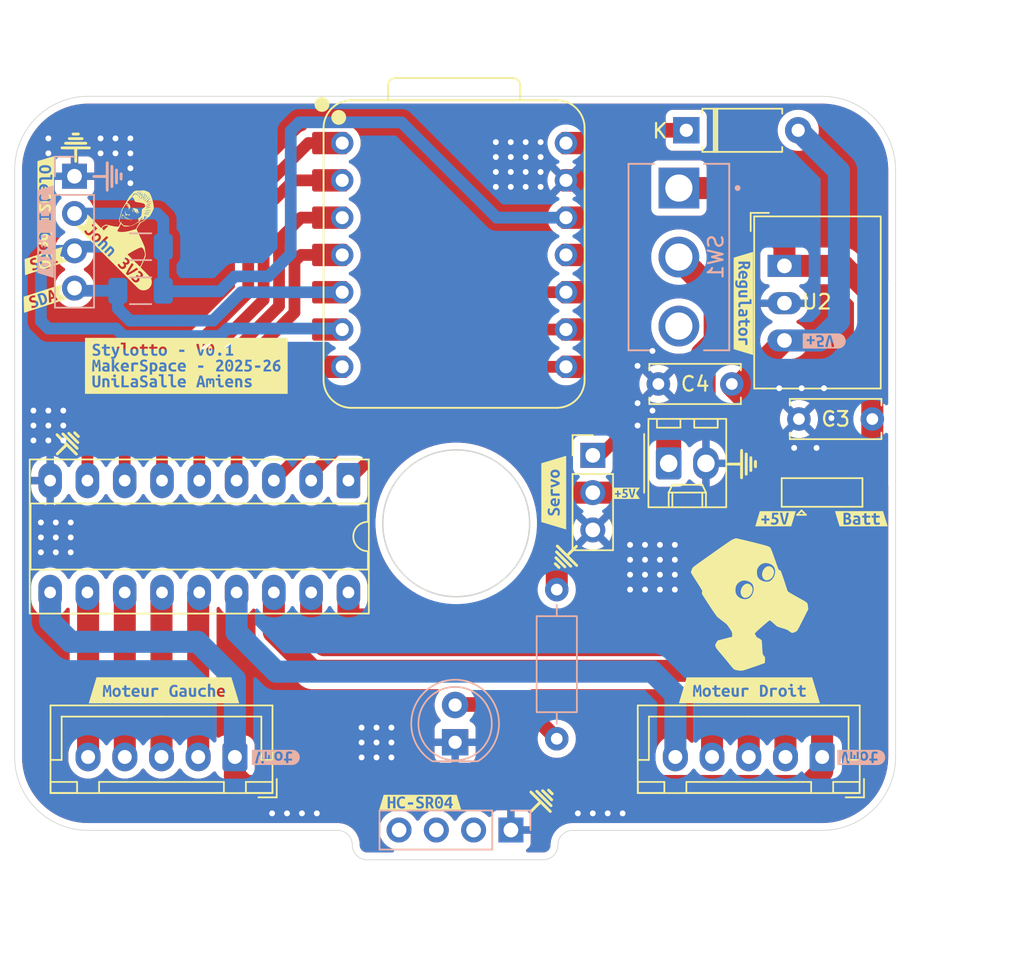
<source format=kicad_pcb>
(kicad_pcb (version 20241229) (generator "pcbnew") (generator_version "9.0")
  (title_block (title "PCB - Otto Lite version") (date "2025-01-21") (rev "1.0") (company "UniLaSalle Amiens - MakerSpace") (comment 1 "Adrien BRACQ & Rémi LACOMBE") (comment 2 "https://makerspace-amiens.fr/otto-mks") (comment 3 "https://github.com/Makerspace-Amiens/otto-mks"))
  (layers (0 "F.Cu" signal "Front") (2 "B.Cu" signal "Back") (13 "F.Paste" user) (15 "B.Paste" user) (5 "F.SilkS" user "F.Silkscreen") (7 "B.SilkS" user "B.Silkscreen") (1 "F.Mask" user) (3 "B.Mask" user) (25 "Edge.Cuts" user))
  (net 0 "")
  (net 1 "GND")
  (net 2 "Net-(D1-A)")
  (net 3 "+5V")
  (net 4 "Vmot")
  (net 5 "Net-(J1-Pin_4)")
  (net 6 "Net-(J1-Pin_5)")
  (net 7 "Net-(J1-Pin_2)")
  (net 8 "Net-(J1-Pin_3)")
  (net 9 "Net-(J2-Pin_5)")
  (net 10 "+3.3V")
  (net 11 "SCL")
  (net 12 "SDA")
  (net 13 "Net-(J2-Pin_4)")
  (net 14 "Net-(J2-Pin_3)")
  (net 16 "Net-(J2-Pin_2)")
  (net 17 "Net-(D4-K)")
  (net 18 "Servo")
  (net 19 "+BATT")
  (net 20 "ULN_I3")
  (net 21 "ULN_I2")
  (net 22 "ULN_I1")
  (net 23 "ULN_I7")
  (net 24 "ULN_I8")
  (net 25 "ULN_I4")
  (net 26 "ULN_I5")
  (net 27 "ULN_I6")
  (net 28 "Net-(J10-Pin_1)")
  (footprint "kibuzzard-68A44346" (layer "F.Cu") (at 53.594 109.474)
    (property "Reference" "kibuzzard-68A44346" (hide yes))
    (property "Value" "G***" (hide yes))
  )
  (footprint "kibuzzard-67E17CB8" (layer "F.Cu") (at 45.540334 76.246778 -90)
    (property "Reference" "kibuzzard-67E17CB8" (hide yes))
    (property "Value" "G***" (hide yes))
  )
  (footprint "Jumper:SolderJumper-3_P2.0mm_Open_TrianglePad1.0x1.5mm" (layer "F.Cu") (at 98.42095 96.025111)
    (property "Reference" "JP1" (hide yes))
    (property "Value" "SolderJumper_3_Open")
    (pad "1" smd custom (at -2 0) (size 0.3 0.3) (layers "F.Cu" "F.Mask") (net 3 "+5V") (options (clearance outline) (anchor rect)) (primitives (gr_poly (pts (xy 1 0) (xy 0.5 0.75) (xy -0.5 0.75) (xy -0.5 -0.75) (xy 0.5 -0.75)) (width 0) (fill yes))))
    (pad "2" smd custom (at 0 0) (size 0.3 0.3) (layers "F.Cu") (net 4 "Vmot") (options (clearance outline) (anchor rect)) (primitives (gr_poly (pts (xy 0.7 0) (xy 1.2 0.75) (xy -1.2 0.75) (xy -0.7 0) (xy -1.2 -0.75) (xy 1.2 -0.75)) (width 0) (fill yes))))
    (pad "3" smd custom (at 2 0 180) (size 0.3 0.3) (layers "F.Cu" "F.Mask") (net 19 "+BATT") (options (clearance outline) (anchor rect)) (primitives (gr_poly (pts (xy 1 0) (xy 0.5 0.75) (xy -0.5 0.75) (xy -0.5 -0.75) (xy 0.5 -0.75)) (width 0) (fill yes))))
  )
  (footprint "kibuzzard-67654523" (layer "F.Cu") (at 45.411399 80.23142 18)
    (property "Reference" "kibuzzard-67654523" (hide yes))
    (property "Value" "G***" (hide yes))
  )
  (footprint "kibuzzard-66E46157" (layer "F.Cu") (at 71.048312 117.117932)
    (property "Reference" "kibuzzard-66E46157" (hide yes))
    (property "Value" "G***" (hide yes))
  )
  (footprint "Diode_THT:D_A-405_P7.62mm_Horizontal" (layer "F.Cu") (at 89.174346 71.33)
    (property "Reference" "D4" (hide yes))
    (property "Value" "1N5819")
    (fp_text user "K" (at -1.798346 0.044 0) (layer "F.SilkS"))
    (pad "1" thru_hole rect (at 0 0) (size 1.8 1.8) (drill 0.9) (layers "*.Cu" "*.Mask") (net 17 "Net-(D4-K)"))
    (pad "2" thru_hole oval (at 7.62 0) (size 1.8 1.8) (drill 0.9) (layers "*.Cu" "*.Mask") (net 3 "+5V"))
  )
  (footprint "kibuzzard-68A44445" (layer "F.Cu") (at 85.119381 96.054977)
    (property "Reference" "kibuzzard-68A44445" (hide yes))
    (property "Value" "G***" (hide yes))
  )
  (footprint "kibuzzard-68A4489E" (layer "F.Cu") (at 55.118 87.376)
    (property "Reference" "kibuzzard-68A4489E" (hide yes))
    (property "Value" "G***" (hide yes))
  )
  (footprint "Capacitor_THT:C_Disc_D6.0mm_W2.5mm_P5.00mm" (layer "F.Cu") (at 101.843608 90.996973 180)
    (property "Reference" "C3" (at 2.5 0 0) (layer "F.SilkS"))
    (property "Value" "10uF 25V")
    (pad "1" thru_hole circle (at 0 0 180) (size 1.6 1.6) (drill 0.8) (layers "*.Cu" "*.Mask") (net 19 "+BATT"))
    (pad "2" thru_hole circle (at 5 0 180) (size 1.6 1.6) (drill 0.8) (layers "*.Cu" "*.Mask") (net 1 "GND"))
  )
  (footprint "LOGO" (layer "F.Cu") (at 92.963618 94.067642 90)
    (property "Reference" "G***" (hide yes))
    (property "Value" "LOGO" (hide yes))
  )
  (footprint "kibuzzard-68A443B3" (layer "F.Cu") (at 101.092 97.79)
    (property "Reference" "kibuzzard-68A443B3" (hide yes))
    (property "Value" "G***" (hide yes))
  )
  (footprint "LOGO" (layer "F.Cu") (at 51.978439 77.89374 -45)
    (property "Reference" "G***" (hide yes))
    (property "Value" "LOGO" (hide yes))
  )
  (footprint "Connector_JST:JST_XH_B5B-XH-A_1x05_P2.50mm_Vertical" (layer "F.Cu") (at 58.42635 114.016 180)
    (property "Reference" "J2" (hide yes))
    (property "Value" "Moteur_Gauche")
    (pad "1" thru_hole roundrect (at 0 0 180) (size 1.7 1.95) (drill 0.95) (layers "*.Cu" "*.Mask") (roundrect_rratio 0.147059) (net 4 "Vmot"))
    (pad "2" thru_hole oval (at 2.5 0 180) (size 1.7 1.95) (drill 0.95) (layers "*.Cu" "*.Mask") (net 16 "Net-(J2-Pin_2)"))
    (pad "3" thru_hole oval (at 5 0 180) (size 1.7 1.95) (drill 0.95) (layers "*.Cu" "*.Mask") (net 14 "Net-(J2-Pin_3)"))
    (pad "4" thru_hole oval (at 7.5 0 180) (size 1.7 1.95) (drill 0.95) (layers "*.Cu" "*.Mask") (net 13 "Net-(J2-Pin_4)"))
    (pad "5" thru_hole oval (at 10 0 180) (size 1.7 1.95) (drill 0.95) (layers "*.Cu" "*.Mask") (net 9 "Net-(J2-Pin_5)"))
  )
  (footprint "Connector_PinHeader_2.54mm:PinHeader_1x03_P2.54mm_Vertical" (layer "F.Cu") (at 82.804 93.472)
    (property "Reference" "J3" (hide yes))
    (property "Value" "Servo")
    (pad "1" thru_hole rect (at 0 0) (size 1.7 1.7) (drill 1) (layers "*.Cu" "*.Mask") (net 18 "Servo"))
    (pad "2" thru_hole circle (at 0 2.54) (size 1.7 1.7) (drill 1) (layers "*.Cu" "*.Mask") (net 3 "+5V"))
    (pad "3" thru_hole circle (at 0 5.08) (size 1.7 1.7) (drill 1) (layers "*.Cu" "*.Mask") (net 1 "GND"))
  )
  (footprint "Converter_DCDC:Converter_DCDC_RECOM_R-78E-0.5_THT" (layer "F.Cu") (at 95.856846 80.567 -90)
    (property "Reference" "U2" (at 2.447 -2.2075 180) (layer "F.SilkS"))
    (property "Value" "R-78E5.0-1.0")
    (pad "1" thru_hole rect (at 0 0 270) (size 1.5 2.3) (drill 1) (layers "*.Cu" "*.Mask") (net 19 "+BATT"))
    (pad "2" thru_hole oval (at 2.54 0 270) (size 1.5 2.3) (drill 1) (layers "*.Cu" "*.Mask") (net 1 "GND"))
    (pad "3" thru_hole oval (at 5.079999 0 270) (size 1.5 2.3) (drill 1) (layers "*.Cu" "*.Mask") (net 3 "+5V"))
  )
  (footprint "LOGO" (layer "F.Cu") (at 46.99 92.71 135)
    (property "Reference" "G***" (hide yes))
    (property "Value" "LOGO" (hide yes))
  )
  (footprint "Package_DIP:DIP-18_W7.62mm_Socket_LongPads" (layer "F.Cu") (at 66.16 95.19 -90)
    (property "Reference" "U3" (hide yes))
    (property "Value" "ULN2803A")
    (pad "1" thru_hole roundrect (at 0 0 270) (size 2.4 1.6) (drill 0.8) (layers "*.Cu" "*.Mask") (roundrect_rratio 0.15625) (net 22 "ULN_I1"))
    (pad "2" thru_hole oval (at 0 2.54 270) (size 2.4 1.6) (drill 0.8) (layers "*.Cu" "*.Mask") (net 21 "ULN_I2"))
    (pad "3" thru_hole oval (at 0 5.08 270) (size 2.4 1.6) (drill 0.8) (layers "*.Cu" "*.Mask") (net 20 "ULN_I3"))
    (pad "4" thru_hole oval (at 0 7.62 270) (size 2.4 1.6) (drill 0.8) (layers "*.Cu" "*.Mask") (net 25 "ULN_I4"))
    (pad "5" thru_hole oval (at 0 10.16 270) (size 2.4 1.6) (drill 0.8) (layers "*.Cu" "*.Mask") (net 26 "ULN_I5"))
    (pad "6" thru_hole oval (at 0 12.7 270) (size 2.4 1.6) (drill 0.8) (layers "*.Cu" "*.Mask") (net 27 "ULN_I6"))
    (pad "7" thru_hole oval (at 0 15.24 270) (size 2.4 1.6) (drill 0.8) (layers "*.Cu" "*.Mask") (net 23 "ULN_I7"))
    (pad "8" thru_hole oval (at 0 17.78 270) (size 2.4 1.6) (drill 0.8) (layers "*.Cu" "*.Mask") (net 24 "ULN_I8"))
    (pad "9" thru_hole oval (at 0 20.32 270) (size 2.4 1.6) (drill 0.8) (layers "*.Cu" "*.Mask") (net 1 "GND"))
    (pad "10" thru_hole oval (at 7.62 20.32 270) (size 2.4 1.6) (drill 0.8) (layers "*.Cu" "*.Mask") (net 4 "Vmot"))
    (pad "11" thru_hole oval (at 7.62 17.78 270) (size 2.4 1.6) (drill 0.8) (layers "*.Cu" "*.Mask") (net 9 "Net-(J2-Pin_5)"))
    (pad "12" thru_hole oval (at 7.62 15.24 270) (size 2.4 1.6) (drill 0.8) (layers "*.Cu" "*.Mask") (net 13 "Net-(J2-Pin_4)"))
    (pad "13" thru_hole oval (at 7.62 12.7 270) (size 2.4 1.6) (drill 0.8) (layers "*.Cu" "*.Mask") (net 14 "Net-(J2-Pin_3)"))
    (pad "14" thru_hole oval (at 7.62 10.16 270) (size 2.4 1.6) (drill 0.8) (layers "*.Cu" "*.Mask") (net 16 "Net-(J2-Pin_2)"))
    (pad "15" thru_hole oval (at 7.62 7.62 270) (size 2.4 1.6) (drill 0.8) (layers "*.Cu" "*.Mask") (net 6 "Net-(J1-Pin_5)"))
    (pad "16" thru_hole oval (at 7.62 5.08 270) (size 2.4 1.6) (drill 0.8) (layers "*.Cu" "*.Mask") (net 5 "Net-(J1-Pin_4)"))
    (pad "17" thru_hole oval (at 7.62 2.54 270) (size 2.4 1.6) (drill 0.8) (layers "*.Cu" "*.Mask") (net 8 "Net-(J1-Pin_3)"))
    (pad "18" thru_hole oval (at 7.62 0 270) (size 2.4 1.6) (drill 0.8) (layers "*.Cu" "*.Mask") (net 7 "Net-(J1-Pin_2)"))
  )
  (footprint "kibuzzard-6765451E" (layer "F.Cu") (at 45.365194 82.788105 18)
    (property "Reference" "kibuzzard-6765451E" (hide yes))
    (property "Value" "G***" (hide yes))
  )
  (footprint "LOGO" (layer "F.Cu") (at 47.583041 72.504203 180)
    (property "Reference" "G***" (hide yes))
    (property "Value" "LOGO" (hide yes))
  )
  (footprint "LOGO" (layer "F.Cu") (at 93.472 103.632)
    (property "Reference" "G***" (hide yes))
    (property "Value" "LOGO" (hide yes))
  )
  (footprint "kibuzzard-68A4434B" (layer "F.Cu") (at 93.472 109.474)
    (property "Reference" "kibuzzard-68A4434B" (hide yes))
    (property "Value" "G***" (hide yes))
  )
  (footprint "Seeed Studio XIAO Series Library:XIAO-ESP32C3-DIP" (layer "F.Cu") (at 73.475608 79.820973)
    (property "Reference" "U1" (hide yes))
    (property "Value" "MOUDLE-SEEEDUINO-XIAO-ESP32C3")
    (pad "1" smd roundrect (at -8.575 -7.62 180) (size 2.432 1.524) (layers "F.Cu" "F.Mask") (roundrect_rratio 0.1) (net 24 "ULN_I8"))
    (pad "1" thru_hole circle (at -7.74 -7.62 180) (size 1.524 1.524) (drill 0.889) (layers "*.Cu" "*.Mask") (net 24 "ULN_I8"))
    (pad "2" smd roundrect (at -8.575 -5.08 180) (size 2.432 1.524) (layers "F.Cu" "F.Mask") (roundrect_rratio 0.1) (net 23 "ULN_I7"))
    (pad "2" thru_hole circle (at -7.74 -5.08 180) (size 1.524 1.524) (drill 0.889) (layers "*.Cu" "*.Mask") (net 23 "ULN_I7"))
    (pad "3" smd roundrect (at -8.575 -2.54 180) (size 2.432 1.524) (layers "F.Cu" "F.Mask") (roundrect_rratio 0.1) (net 27 "ULN_I6"))
    (pad "3" thru_hole circle (at -7.74 -2.54 180) (size 1.524 1.524) (drill 0.889) (layers "*.Cu" "*.Mask") (net 27 "ULN_I6"))
    (pad "4" smd roundrect (at -8.575 0 180) (size 2.432 1.524) (layers "F.Cu" "F.Mask") (roundrect_rratio 0.1) (net 26 "ULN_I5"))
    (pad "4" thru_hole circle (at -7.74 0 180) (size 1.524 1.524) (drill 0.889) (layers "*.Cu" "*.Mask") (net 26 "ULN_I5"))
    (pad "5" smd roundrect (at -8.575 2.54 180) (size 2.432 1.524) (layers "F.Cu" "F.Mask") (roundrect_rratio 0.1) (net 12 "SDA"))
    (pad "5" thru_hole circle (at -7.74 2.54 180) (size 1.524 1.524) (drill 0.889) (layers "*.Cu" "*.Mask") (net 12 "SDA"))
    (pad "6" smd roundrect (at -8.575 5.08 180) (size 2.432 1.524) (layers "F.Cu" "F.Mask") (roundrect_rratio 0.1) (net 11 "SCL"))
    (pad "6" thru_hole circle (at -7.74 5.08 180) (size 1.524 1.524) (drill 0.889) (layers "*.Cu" "*.Mask") (net 11 "SCL"))
    (pad "7" smd roundrect (at -8.575 7.62 180) (size 2.432 1.524) (layers "F.Cu" "F.Mask") (roundrect_rratio 0.1) (net 25 "ULN_I4"))
    (pad "7" thru_hole circle (at -7.74 7.62 180) (size 1.524 1.524) (drill 0.889) (layers "*.Cu" "*.Mask") (net 25 "ULN_I4"))
    (pad "8" thru_hole circle (at 7.5 7.62) (size 1.524 1.524) (drill 0.889) (layers "*.Cu" "*.Mask") (net 22 "ULN_I1"))
    (pad "8" smd roundrect (at 8.335 7.62) (size 2.432 1.524) (layers "F.Cu" "F.Mask") (roundrect_rratio 0.1) (net 22 "ULN_I1"))
    (pad "9" thru_hole circle (at 7.5 5.08) (size 1.524 1.524) (drill 0.889) (layers "*.Cu" "*.Mask") (net 21 "ULN_I2"))
    (pad "9" smd roundrect (at 8.335 5.08) (size 2.432 1.524) (layers "F.Cu" "F.Mask") (roundrect_rratio 0.1) (net 21 "ULN_I2"))
    (pad "10" thru_hole circle (at 7.5 2.54) (size 1.524 1.524) (drill 0.889) (layers "*.Cu" "*.Mask") (net 20 "ULN_I3"))
    (pad "10" smd roundrect (at 8.335 2.54) (size 2.432 1.524) (layers "F.Cu" "F.Mask") (roundrect_rratio 0.1) (net 20 "ULN_I3"))
    (pad "11" thru_hole circle (at 7.5 0) (size 1.524 1.524) (drill 0.889) (layers "*.Cu" "*.Mask") (net 18 "Servo"))
    (pad "11" smd roundrect (at 8.335 0) (size 2.432 1.524) (layers "F.Cu" "F.Mask") (roundrect_rratio 0.1) (net 18 "Servo"))
    (pad "12" thru_hole circle (at 7.5 -2.54) (size 1.524 1.524) (drill 0.889) (layers "*.Cu" "*.Mask") (net 10 "+3.3V"))
    (pad "12" smd roundrect (at 8.335 -2.54) (size 2.432 1.524) (layers "F.Cu" "F.Mask") (roundrect_rratio 0.1) (net 10 "+3.3V"))
    (pad "13" thru_hole circle (at 7.5 -5.08) (size 1.524 1.524) (drill 0.889) (layers "*.Cu" "*.Mask") (net 1 "GND"))
    (pad "13" smd roundrect (at 8.335 -5.08) (size 2.432 1.524) (layers "F.Cu" "F.Mask") (roundrect_rratio 0.1) (net 1 "GND"))
    (pad "14" thru_hole circle (at 7.5 -7.62) (size 1.524 1.524) (drill 0.889) (layers "*.Cu" "*.Mask") (net 17 "Net-(D4-K)"))
    (pad "14" smd roundrect (at 8.335 -7.62) (size 2.432 1.524) (layers "F.Cu" "F.Mask") (roundrect_rratio 0.1) (net 17 "Net-(D4-K)"))
  )
  (footprint "Connector_Molex:Molex_KK-254_AE-6410-02A_1x02_P2.54mm_Vertical" (layer "F.Cu") (at 87.972261 94.016885)
    (property "Reference" "J10" (hide yes))
    (property "Value" "JST")
    (pad "1" thru_hole roundrect (at 0 0) (size 1.74 2.19) (drill 1.19) (layers "*.Cu" "*.Mask") (roundrect_rratio 0.143678) (net 28 "Net-(J10-Pin_1)"))
    (pad "2" thru_hole oval (at 2.54 0) (size 1.74 2.19) (drill 1.19) (layers "*.Cu" "*.Mask") (net 1 "GND"))
  )
  (footprint "LOGO" (layer "F.Cu") (at 79.268346 117.05 135)
    (property "Reference" "G***" (hide yes))
    (property "Value" "LOGO" (hide yes))
  )
  (footprint "LOGO" (layer "F.Cu") (at 81.026 100.33 -45)
    (property "Reference" "G***" (hide yes))
    (property "Value" "LOGO" (hide yes))
  )
  (footprint "Connector_JST:JST_XH_B5B-XH-A_1x05_P2.50mm_Vertical" (layer "F.Cu") (at 98.4263 114.016 180)
    (property "Reference" "J1" (hide yes))
    (property "Value" "Moteur_Droit")
    (pad "1" thru_hole roundrect (at 0 0 180) (size 1.7 1.95) (drill 0.95) (layers "*.Cu" "*.Mask") (roundrect_rratio 0.147059) (net 4 "Vmot"))
    (pad "2" thru_hole oval (at 2.5 0 180) (size 1.7 1.95) (drill 0.95) (layers "*.Cu" "*.Mask") (net 7 "Net-(J1-Pin_2)"))
    (pad "3" thru_hole oval (at 5 0 180) (size 1.7 1.95) (drill 0.95) (layers "*.Cu" "*.Mask") (net 8 "Net-(J1-Pin_3)"))
    (pad "4" thru_hole oval (at 7.5 0 180) (size 1.7 1.95) (drill 0.95) (layers "*.Cu" "*.Mask") (net 5 "Net-(J1-Pin_4)"))
    (pad "5" thru_hole oval (at 10 0 180) (size 1.7 1.95) (drill 0.95) (layers "*.Cu" "*.Mask") (net 6 "Net-(J1-Pin_5)"))
  )
  (footprint "kibuzzard-68A44298" (layer "F.Cu") (at 80.144668 96.012 90)
    (property "Reference" "kibuzzard-68A44298" (hide yes))
    (property "Value" "G***" (hide yes))
  )
  (footprint "kibuzzard-67E17B13" (layer "F.Cu") (at 50.292243 79.76 -45)
    (property "Reference" "kibuzzard-67E17B13" (hide yes))
    (property "Value" "G***" (hide yes))
  )
  (footprint "kibuzzard-6707C6B3" (layer "F.Cu") (at 93.059727 83.123135 -90)
    (property "Reference" "kibuzzard-6707C6B3" (hide yes))
    (property "Value" "G***" (hide yes))
  )
  (footprint "kibuzzard-68A443C3" (layer "F.Cu") (at 95.25 97.79)
    (property "Reference" "kibuzzard-68A443C3" (hide yes))
    (property "Value" "G***" (hide yes))
  )
  (footprint "Capacitor_THT:C_Disc_D6.0mm_W2.5mm_P5.00mm" (layer "F.Cu") (at 92.271608 88.608973 180)
    (property "Reference" "C4" (at 2.5 0 0) (layer "F.SilkS"))
    (property "Value" "10uF 25V")
    (pad "1" thru_hole circle (at 0 0 180) (size 1.6 1.6) (drill 0.8) (layers "*.Cu" "*.Mask") (net 3 "+5V"))
    (pad "2" thru_hole circle (at 5 0 180) (size 1.6 1.6) (drill 0.8) (layers "*.Cu" "*.Mask") (net 1 "GND"))
  )
  (footprint "Resistor_SMD:R_1206_3216Metric_Pad1.30x1.75mm_HandSolder" (layer "B.Cu") (at 52 79.26 180)
    (property "Reference" "R4" (hide yes))
    (property "Value" "10K")
    (pad "1" smd roundrect (at -1.55 0 180) (size 1.3 1.75) (layers "B.Cu" "B.Mask" "B.Paste") (roundrect_rratio 0.192308) (net 10 "+3.3V"))
    (pad "2" smd roundrect (at 1.55 0 180) (size 1.3 1.75) (layers "B.Cu" "B.Mask" "B.Paste") (roundrect_rratio 0.192308) (net 11 "SCL"))
  )
  (footprint "LED_THT:LED_D5.0mm" (layer "B.Cu") (at 73.426346 113.016 90)
    (property "Reference" "D1" (hide yes))
    (property "Value" "5mm Red")
    (pad "1" thru_hole rect (at 0 0 90) (size 1.8 1.8) (drill 0.9) (layers "*.Cu" "*.Mask") (net 1 "GND"))
    (pad "2" thru_hole circle (at 2.54 0 90) (size 1.8 1.8) (drill 0.9) (layers "*.Cu" "*.Mask") (net 2 "Net-(D1-A)"))
  )
  (footprint "Resistor_SMD:R_1206_3216Metric_Pad1.30x1.75mm_HandSolder" (layer "B.Cu") (at 52 82.26 180)
    (property "Reference" "R6" (hide yes))
    (property "Value" "10K")
    (pad "1" smd roundrect (at -1.55 0 180) (size 1.3 1.75) (layers "B.Cu" "B.Mask" "B.Paste") (roundrect_rratio 0.192308) (net 10 "+3.3V"))
    (pad "2" smd roundrect (at 1.55 0 180) (size 1.3 1.75) (layers "B.Cu" "B.Mask" "B.Paste") (roundrect_rratio 0.192308) (net 12 "SDA"))
  )
  (footprint "Connector_PinSocket_2.54mm:PinSocket_1x04_P2.54mm_Vertical" (layer "B.Cu") (at 47.5 74.46 180)
    (property "Reference" "J12" (hide yes))
    (property "Value" "OLED 0,91\" - I2C (SKU21796)")
    (pad "1" thru_hole rect (at 0 0 180) (size 1.7 1.7) (drill 1) (layers "*.Cu" "*.Mask") (net 1 "GND"))
    (pad "2" thru_hole oval (at 0 -2.54 180) (size 1.7 1.7) (drill 1) (layers "*.Cu" "*.Mask") (net 10 "+3.3V"))
    (pad "3" thru_hole oval (at 0 -5.079999 180) (size 1.7 1.7) (drill 1) (layers "*.Cu" "*.Mask") (net 11 "SCL"))
    (pad "4" thru_hole oval (at 0 -7.62 180) (size 1.7 1.7) (drill 1) (layers "*.Cu" "*.Mask") (net 12 "SDA"))
  )
  (footprint "Connector_PinSocket_2.54mm:PinSocket_1x04_P2.54mm_Vertical" (layer "B.Cu") (at 77.226346 118.991 90)
    (property "Reference" "J7" (hide yes))
    (property "Value" "US sensor")
    (pad "1" thru_hole rect (at 0 0 90) (size 1.7 1.7) (drill 1) (layers "*.Cu" "*.Mask") (net 1 "GND"))
    (pad "2" thru_hole oval (at 0 -2.54 90) (size 1.7 1.7) (drill 1) (layers "*.Cu" "*.Mask"))
    (pad "3" thru_hole oval (at 0 -5.08 90) (size 1.7 1.7) (drill 1) (layers "*.Cu" "*.Mask"))
    (pad "4" thru_hole oval (at 0 -7.62 90) (size 1.7 1.7) (drill 1) (layers "*.Cu" "*.Mask"))
  )
  (footprint "kibuzzard-68A443E1" (layer "B.Cu") (at 61.214 114.046)
    (property "Reference" "kibuzzard-68A443E1" (hide yes))
    (property "Value" "G***" (hide yes))
  )
  (footprint "Resistor_THT:R_Axial_DIN0207_L6.3mm_D2.5mm_P10.16mm_Horizontal" (layer "B.Cu") (at 80.349815 102.616 -90)
    (property "Reference" "R1" (hide yes))
    (property "Value" "1K")
    (pad "1" thru_hole circle (at 0 0 270) (size 1.6 1.6) (drill 0.8) (layers "*.Cu" "*.Mask") (net 3 "+5V"))
    (pad "2" thru_hole circle (at 10.16 0 270) (size 1.6 1.6) (drill 0.8) (layers "*.Cu" "*.Mask") (net 2 "Net-(D1-A)"))
  )
  (footprint "kibuzzard-68A443E1" (layer "B.Cu") (at 101.092 114.046)
    (property "Reference" "kibuzzard-68A443E1" (hide yes))
    (property "Value" "G***" (hide yes))
  )
  (footprint "kibuzzard-67E17CB8" (layer "B.Cu") (at 45.528023 78.230226 90)
    (property "Reference" "kibuzzard-67E17CB8" (hide yes))
    (property "Value" "G***" (hide yes))
  )
  (footprint "kibuzzard-66E45BAB" (layer "B.Cu") (at 98.568263 85.681203)
    (property "Reference" "kibuzzard-66E45BAB" (hide yes))
    (property "Value" "G***" (hide yes))
  )
  (footprint "LOGO" (layer "B.Cu") (at 49.756025 74.475832 -90)
    (property "Reference" "G***" (hide yes))
    (property "Value" "LOGO" (hide yes))
  )
  (footprint "100SP1T1B4M2QE:SW_100SP1T1B4M2QE" (layer "B.Cu") (at 88.666346 79.966 180)
    (property "Reference" "SW1" (at -2.520497 0.013582 270) (layer "B.SilkS") (effects (justify mirror)))
    (property "Value" "SW_SPDT")
    (pad "1" thru_hole rect (at 0 4.7 180) (size 2.775 2.775) (drill 1.85) (layers "*.Cu" "*.Mask") (net 19 "+BATT"))
    (pad "2" thru_hole circle (at 0 0 180) (size 2.775 2.775) (drill 1.85) (layers "*.Cu" "*.Mask") (net 28 "Net-(J10-Pin_1)"))
    (pad "3" thru_hole circle (at 0 -4.7 180) (size 2.775 2.775) (drill 1.85) (layers "*.Cu" "*.Mask"))
  )
  (gr_circle (center 73.5 98.1) (end 78.5 98.1) (stroke (width 0.1)) (fill no) (layer "Edge.Cuts"))
  (gr_line (start 67.426346 121.016) (end 79.426346 121.016) (stroke (width 0.05)) (layer "Edge.Cuts"))
  (gr_line (start 43.426346 114.016) (end 43.426346 74.016) (stroke (width 0.05)) (layer "Edge.Cuts"))
  (gr_arc (start 67.426346 121.016) (mid 66.719209 120.723123) (end 66.426346 120.016) (stroke (width 0.05)) (layer "Edge.Cuts"))
  (gr_line (start 65.426346 119.016) (end 48.426346 119.016) (stroke (width 0.05)) (layer "Edge.Cuts"))
  (gr_arc (start 98.426346 69.016) (mid 101.96185 70.480482) (end 103.426346 74.016) (stroke (width 0.05)) (layer "Edge.Cuts"))
  (gr_arc (start 43.426346 74.016) (mid 44.890812 70.480465) (end 48.426346 69.016) (stroke (width 0.05)) (layer "Edge.Cuts"))
  (gr_line (start 103.426346 74.016) (end 103.426346 114.016) (stroke (width 0.05)) (layer "Edge.Cuts"))
  (gr_line (start 48.426346 69.016) (end 98.426346 69.016) (stroke (width 0.05)) (layer "Edge.Cuts"))
  (gr_arc (start 80.426346 120.016) (mid 80.719242 119.308909) (end 81.426346 119.016) (stroke (width 0.05)) (layer "Edge.Cuts"))
  (gr_arc (start 80.426346 120.016) (mid 80.133456 120.723123) (end 79.426346 121.016) (stroke (width 0.05)) (layer "Edge.Cuts"))
  (gr_arc (start 103.426346 114.016) (mid 101.961883 117.55155) (end 98.426346 119.016) (stroke (width 0.05)) (layer "Edge.Cuts"))
  (gr_arc (start 48.426346 119.016) (mid 44.890815 117.551532) (end 43.426346 114.016) (stroke (width 0.05)) (layer "Edge.Cuts"))
  (gr_arc (start 65.426346 119.016) (mid 66.133423 119.308909) (end 66.426346 120.016) (stroke (width 0.05)) (layer "Edge.Cuts"))
  (gr_line (start 81.426346 119.016) (end 98.426346 119.016) (stroke (width 0.05)) (layer "Edge.Cuts"))
  (via (at 99.06 90.932) (size 0.8) (drill 0.4) (layers "F.Cu" "B.Cu") (net 1))
  (via (at 77.216 72.136) (size 0.8) (drill 0.4) (layers "F.Cu" "B.Cu") (net 1))
  (via (at 76.2 72.136) (size 0.8) (drill 0.4) (layers "F.Cu" "B.Cu") (net 1))
  (via (at 86.868 86.36) (size 0.8) (drill 0.4) (layers "F.Cu" "B.Cu") (net 1))
  (via (at 87.376 101.6) (size 0.8) (drill 0.4) (layers "F.Cu" "B.Cu") (net 1))
  (via (at 95.504 88.9) (size 0.8) (drill 0.4) (layers "F.Cu" "B.Cu") (net 1))
  (via (at 44.704 92.456) (size 0.8) (drill 0.4) (layers "F.Cu" "B.Cu") (net 1))
  (via (at 67.056 112.014) (size 0.8) (drill 0.4) (layers "F.Cu" "B.Cu") (net 1))
  (via (at 45.212 98.044) (size 0.8) (drill 0.4) (layers "F.Cu" "B.Cu") (net 1))
  (via (at 46.736 91.44) (size 0.8) (drill 0.4) (layers "F.Cu" "B.Cu") (net 1))
  (via (at 46.228 100.076) (size 0.8) (drill 0.4) (layers "F.Cu" "B.Cu") (net 1))
  (via (at 81.788 117.856) (size 0.8) (drill 0.4) (layers "F.Cu" "B.Cu") (net 1))
  (via (at 88.392 99.568) (size 0.8) (drill 0.4) (layers "F.Cu" "B.Cu") (net 1))
  (via (at 86.868 90.424) (size 0.8) (drill 0.4) (layers "F.Cu" "B.Cu") (net 1))
  (via (at 86.36 102.616) (size 0.8) (drill 0.4) (layers "F.Cu" "B.Cu") (net 1))
  (via (at 49.276 71.882) (size 0.8) (drill 0.4) (layers "F.Cu" "B.Cu") (net 1))
  (via (at 77.216 73.152) (size 0.8) (drill 0.4) (layers "F.Cu" "B.Cu") (net 1))
  (via (at 82.804 117.856) (size 0.8) (drill 0.4) (layers "F.Cu" "B.Cu") (net 1))
  (via (at 79.248 74.168) (size 0.8) (drill 0.4) (layers "F.Cu" "B.Cu") (net 1))
  (via (at 50.292 71.882) (size 0.8) (drill 0.4) (layers "F.Cu" "B.Cu") (net 1))
  (via (at 49.276 72.898) (size 0.8) (drill 0.4) (layers "F.Cu" "B.Cu") (net 1))
  (via (at 45.212 99.06) (size 0.8) (drill 0.4) (layers "F.Cu" "B.Cu") (net 1))
  (via (at 78.232 73.152) (size 0.8) (drill 0.4) (layers "F.Cu" "B.Cu") (net 1))
  (via (at 88.392 102.616) (size 0.8) (drill 0.4) (layers "F.Cu" "B.Cu") (net 1))
  (via (at 47.244 98.044) (size 0.8) (drill 0.4) (layers "F.Cu" "B.Cu") (net 1))
  (via (at 46.228 99.06) (size 0.8) (drill 0.4) (layers "F.Cu" "B.Cu") (net 1))
  (via (at 67.056 113.03) (size 0.8) (drill 0.4) (layers "F.Cu" "B.Cu") (net 1))
  (via (at 79.248 72.136) (size 0.8) (drill 0.4) (layers "F.Cu" "B.Cu") (net 1))
  (via (at 44.704 91.44) (size 0.8) (drill 0.4) (layers "F.Cu" "B.Cu") (net 1))
  (via (at 47.244 99.06) (size 0.8) (drill 0.4) (layers "F.Cu" "B.Cu") (net 1))
  (via (at 87.376 102.616) (size 0.8) (drill 0.4) (layers "F.Cu" "B.Cu") (net 1))
  (via (at 69.088 113.03) (size 0.8) (drill 0.4) (layers "F.Cu" "B.Cu") (net 1))
  (via (at 51.308 73.914) (size 0.8) (drill 0.4) (layers "F.Cu" "B.Cu") (net 1))
  (via (at 69.088 112.014) (size 0.8) (drill 0.4) (layers "F.Cu" "B.Cu") (net 1))
  (via (at 96.52 92.964) (size 0.8) (drill 0.4) (layers "F.Cu" "B.Cu") (net 1))
  (via (at 84.836 117.856) (size 0.8) (drill 0.4) (layers "F.Cu" "B.Cu") (net 1))
  (via (at 51.308 74.93) (size 0.8) (drill 0.4) (layers "F.Cu" "B.Cu") (net 1))
  (via (at 85.344 100.584) (size 0.8) (drill 0.4) (layers "F.Cu" "B.Cu") (net 1))
  (via (at 62.992 117.856) (size 0.8) (drill 0.4) (layers "F.Cu" "B.Cu") (net 1))
  (via (at 86.36 101.6) (size 0.8) (drill 0.4) (layers "F.Cu" "B.Cu") (net 1))
  (via (at 45.72 91.44) (size 0.8) (drill 0.4) (layers "F.Cu" "B.Cu") (net 1))
  (via (at 45.212 100.076) (size 0.8) (drill 0.4) (layers "F.Cu" "B.Cu") (net 1))
  (via (at 77.216 75.184) (size 0.8) (drill 0.4) (layers "F.Cu" "B.Cu") (net 1))
  (via (at 85.852 91.44) (size 0.8) (drill 0.4) (layers "F.Cu" "B.Cu") (net 1))
  (via (at 50.292 72.898) (size 0.8) (drill 0.4) (layers "F.Cu" "B.Cu") (net 1))
  (via (at 68.072 112.014) (size 0.8) (drill 0.4) (layers "F.Cu" "B.Cu") (net 1))
  (via (at 98.044 92.964) (size 0.8) (drill 0.4) (layers "F.Cu" "B.Cu") (net 1))
  (via (at 68.072 114.046) (size 0.8) (drill 0.4) (layers "F.Cu" "B.Cu") (net 1))
  (via (at 78.232 75.184) (size 0.8) (drill 0.4) (layers "F.Cu" "B.Cu") (net 1))
  (via (at 85.344 101.6) (size 0.8) (drill 0.4) (layers "F.Cu" "B.Cu") (net 1))
  (via (at 51.308 71.882) (size 0.8) (drill 0.4) (layers "F.Cu" "B.Cu") (net 1))
  (via (at 88.392 101.6) (size 0.8) (drill 0.4) (layers "F.Cu" "B.Cu") (net 1))
  (via (at 98.552 88.9) (size 0.8) (drill 0.4) (layers "F.Cu" "B.Cu") (net 1))
  (via (at 46.228 98.044) (size 0.8) (drill 0.4) (layers "F.Cu" "B.Cu") (net 1))
  (via (at 45.72 92.456) (size 0.8) (drill 0.4) (layers "F.Cu" "B.Cu") (net 1))
  (via (at 85.852 87.376) (size 0.8) (drill 0.4) (layers "F.Cu" "B.Cu") (net 1))
  (via (at 45.72 72.898) (size 0.8) (drill 0.4) (layers "F.Cu" "B.Cu") (net 1))
  (via (at 47.244 100.076) (size 0.8) (drill 0.4) (layers "F.Cu" "B.Cu") (net 1))
  (via (at 85.344 102.616) (size 0.8) (drill 0.4) (layers "F.Cu" "B.Cu") (net 1))
  (via (at 51.308 72.898) (size 0.8) (drill 0.4) (layers "F.Cu" "B.Cu") (net 1))
  (via (at 69.088 114.046) (size 0.8) (drill 0.4) (layers "F.Cu" "B.Cu") (net 1))
  (via (at 78.232 74.168) (size 0.8) (drill 0.4) (layers "F.Cu" "B.Cu") (net 1))
  (via (at 79.248 73.152) (size 0.8) (drill 0.4) (layers "F.Cu" "B.Cu") (net 1))
  (via (at 46.736 92.456) (size 0.8) (drill 0.4) (layers "F.Cu" "B.Cu") (net 1))
  (via (at 76.2 73.152) (size 0.8) (drill 0.4) (layers "F.Cu" "B.Cu") (net 1))
  (via (at 45.72 71.882) (size 0.8) (drill 0.4) (layers "F.Cu" "B.Cu") (net 1))
  (via (at 60.96 117.856) (size 0.8) (drill 0.4) (layers "F.Cu" "B.Cu") (net 1))
  (via (at 46.736 90.424) (size 0.8) (drill 0.4) (layers "F.Cu" "B.Cu") (net 1))
  (via (at 86.36 100.584) (size 0.8) (drill 0.4) (layers "F.Cu" "B.Cu") (net 1))
  (via (at 44.704 90.424) (size 0.8) (drill 0.4) (layers "F.Cu" "B.Cu") (net 1))
  (via (at 79.248 75.184) (size 0.8) (drill 0.4) (layers "F.Cu" "B.Cu") (net 1))
  (via (at 64.008 117.856) (size 0.8) (drill 0.4) (layers "F.Cu" "B.Cu") (net 1))
  (via (at 68.072 113.03) (size 0.8) (drill 0.4) (layers "F.Cu" "B.Cu") (net 1))
  (via (at 85.852 89.916) (size 0.8) (drill 0.4) (layers "F.Cu" "B.Cu") (net 1))
  (via (at 67.056 114.046) (size 0.8) (drill 0.4) (layers "F.Cu" "B.Cu") (net 1))
  (via (at 87.376 99.568) (size 0.8) (drill 0.4) (layers "F.Cu" "B.Cu") (net 1))
  (via (at 86.36 99.568) (size 0.8) (drill 0.4) (layers "F.Cu" "B.Cu") (net 1))
  (via (at 76.2 74.168) (size 0.8) (drill 0.4) (layers "F.Cu" "B.Cu") (net 1))
  (via (at 76.2 75.184) (size 0.8) (drill 0.4) (layers "F.Cu" "B.Cu") (net 1))
  (via (at 61.976 117.856) (size 0.8) (drill 0.4) (layers "F.Cu" "B.Cu") (net 1))
  (via (at 78.232 72.136) (size 0.8) (drill 0.4) (layers "F.Cu" "B.Cu") (net 1))
  (via (at 83.82 117.856) (size 0.8) (drill 0.4) (layers "F.Cu" "B.Cu") (net 1))
  (via (at 77.216 74.168) (size 0.8) (drill 0.4) (layers "F.Cu" "B.Cu") (net 1))
  (via (at 45.72 90.424) (size 0.8) (drill 0.4) (layers "F.Cu" "B.Cu") (net 1))
  (via (at 85.344 99.568) (size 0.8) (drill 0.4) (layers "F.Cu" "B.Cu") (net 1))
  (via (at 87.376 100.584) (size 0.8) (drill 0.4) (layers "F.Cu" "B.Cu") (net 1))
  (via (at 88.392 100.584) (size 0.8) (drill 0.4) (layers "F.Cu" "B.Cu") (net 1))
  (via (at 97.028 88.9) (size 0.8) (drill 0.4) (layers "F.Cu" "B.Cu") (net 1))
  (segment (start 73.46347 110.438876) (end 73.426346 110.476) (width 1) (layer "F.Cu") (net 2))
  (segment (start 78.012691 110.438876) (end 73.46347 110.438876) (width 1) (layer "F.Cu") (net 2))
  (segment (start 80.349815 112.776) (end 78.012691 110.438876) (width 1) (layer "F.Cu") (net 2))
  (segment (start 92.271608 88.715608) (end 93.98 90.424) (width 1.5) (layer "F.Cu") (net 3))
  (segment (start 92.894872 88.608973) (end 95.856846 85.646999) (width 1.5) (layer "F.Cu") (net 3))
  (segment (start 82.804 96.012) (end 81.28 96.012) (width 1.5) (layer "F.Cu") (net 3))
  (segment (start 92.271608 88.608973) (end 92.894872 88.608973) (width 1.5) (layer "F.Cu") (net 3))
  (segment (start 93.98 90.424) (end 93.98 93.472) (width 1.5) (layer "F.Cu") (net 3))
  (segment (start 93.98 96.012) (end 93.98 93.58416) (width 1.5) (layer "F.Cu") (net 3))
  (segment (start 92.271608 88.608973) (end 92.271608 88.715608) (width 1.5) (layer "F.Cu") (net 3))
  (segment (start 80.349815 96.942185) (end 80.349815 102.616) (width 1.5) (layer "F.Cu") (net 3))
  (segment (start 81.28 96.012) (end 80.349815 96.942185) (width 1.5) (layer "F.Cu") (net 3))
  (segment (start 92.456 97.536) (end 93.98 96.012) (width 1.5) (layer "F.Cu") (net 3))
  (segment (start 85.344 96.012) (end 86.868 97.536) (width 1.5) (layer "F.Cu") (net 3))
  (segment (start 86.868 97.536) (end 92.456 97.536) (width 1.5) (layer "F.Cu") (net 3))
  (segment (start 93.98 93.58416) (end 96.42095 96.025111) (width 1.5) (layer "F.Cu") (net 3))
  (segment (start 82.804 96.012) (end 85.344 96.012) (width 1.5) (layer "F.Cu") (net 3))
  (segment (start 99.568 84.328) (end 99.568 74.103654) (width 1.5) (layer "B.Cu") (net 3))
  (segment (start 95.856846 85.646999) (end 98.249001 85.646999) (width 1.5) (layer "B.Cu") (net 3))
  (segment (start 98.249001 85.646999) (end 99.568 84.328) (width 1.5) (layer "B.Cu") (net 3))
  (segment (start 99.568 74.103654) (end 96.794346 71.33) (width 1.5) (layer "B.Cu") (net 3))
  (segment (start 58.42635 115.30965) (end 58.42635 114.016) (width 1.5) (layer "F.Cu") (net 4))
  (segment (start 97.4253 115.992) (end 98.4263 114.991) (width 1.5) (layer "F.Cu") (net 4))
  (segment (start 98.42095 96.025111) (end 98.42095 114.01065) (width 1.5) (layer "F.Cu") (net 4))
  (segment (start 98.4263 114.991) (end 98.4263 114.016) (width 1.5) (layer "F.Cu") (net 4))
  (segment (start 59.1087 115.992) (end 97.4253 115.992) (width 1.5) (layer "F.Cu") (net 4))
  (segment (start 58.42635 115.30965) (end 59.1087 115.992) (width 1.5) (layer "F.Cu") (net 4))
  (segment (start 98.42095 114.01065) (end 98.4263 114.016) (width 1.5) (layer "F.Cu") (net 4))
  (segment (start 58.42635 114.016) (end 58.42635 108.71835) (width 1.5) (layer "B.Cu") (net 4))
  (segment (start 58.42635 108.71835) (end 55.88 106.172) (width 1.5) (layer "B.Cu") (net 4))
  (segment (start 47.244 106.172) (end 45.84 104.768) (width 1.5) (layer "B.Cu") (net 4))
  (segment (start 55.88 106.172) (end 47.244 106.172) (width 1.5) (layer "B.Cu") (net 4))
  (segment (start 45.84 104.768) (end 45.84 102.81) (width 1.5) (layer "B.Cu") (net 4))
  (segment (start 61.08 105.51) (end 63.72 108.15) (width 1.5) (layer "F.Cu") (net 5))
  (segment (start 63.72 108.15) (end 90.37 108.15) (width 1.5) (layer "F.Cu") (net 5))
  (segment (start 61.08 102.81) (end 61.08 105.51) (width 1.5) (layer "F.Cu") (net 5))
  (segment (start 90.9263 108.7177) (end 90.9263 114.016) (width 1.5) (layer "F.Cu") (net 5))
  (segment (start 90.37 108.15) (end 90.932 108.712) (width 1.5) (layer "F.Cu") (net 5))
  (segment (start 90.932 108.712) (end 90.9263 108.7177) (width 1.5) (layer "F.Cu") (net 5))
  (segment (start 58.54 105.51) (end 61.234 108.204) (width 1.5) (layer "B.Cu") (net 6))
  (segment (start 61.234 108.204) (end 86.868 108.204) (width 1.5) (layer "B.Cu") (net 6))
  (segment (start 58.54 102.81) (end 58.54 105.51) (width 1.5) (layer "B.Cu") (net 6))
  (segment (start 88.4263 109.7623) (end 88.4263 114.016) (width 1.5) (layer "B.Cu") (net 6))
  (segment (start 86.868 108.204) (end 88.4263 109.7623) (width 1.5) (layer "B.Cu") (net 6))
  (segment (start 93.3006 104.648) (end 95.9263 107.2737) (width 1.5) (layer "F.Cu") (net 7))
  (segment (start 66.548 104.648) (end 93.3006 104.648) (width 1.5) (layer "F.Cu") (net 7))
  (segment (start 66.16 104.26) (end 66.548 104.648) (width 1.5) (layer "F.Cu") (net 7))
  (segment (start 66.16 102.81) (end 66.16 104.26) (width 1.5) (layer "F.Cu") (net 7))
  (segment (start 95.9263 107.2737) (end 95.9263 114.016) (width 1.5) (layer "F.Cu") (net 7))
  (segment (start 63.62 105.51) (end 64.509 106.399) (width 1.5) (layer "F.Cu") (net 8))
  (segment (start 63.62 102.81) (end 63.62 105.51) (width 1.5) (layer "F.Cu") (net 8))
  (segment (start 64.509 106.399) (end 91.948 106.399) (width 1.5) (layer "F.Cu") (net 8))
  (segment (start 93.4263 107.8773) (end 93.4263 114.016) (width 1.5) (layer "F.Cu") (net 8))
  (segment (start 91.948 106.399) (end 93.4263 107.8773) (width 1.5) (layer "F.Cu") (net 8))
  (segment (start 48.42635 102.85635) (end 48.38 102.81) (width 1.5) (layer "F.Cu") (net 9))
  (segment (start 48.42635 114.016) (end 48.42635 102.85635) (width 1.5) (layer "F.Cu") (net 9))
  (segment (start 62.816027 70.787973) (end 62.23 71.374) (width 0.8) (layer "B.Cu") (net 10))
  (segment (start 62.23 79.756) (end 60.706 81.28) (width 0.8) (layer "B.Cu") (net 10))
  (segment (start 80.975608 77.280973) (end 76.264973 77.280973) (width 0.8) (layer "B.Cu") (net 10))
  (segment (start 53.124 77) (end 53.55 77.426) (width 0.8) (layer "B.Cu") (net 10))
  (segment (start 57.404 82.296) (end 53.586 82.296) (width 0.8) (layer "B.Cu") (net 10))
  (segment (start 53.586 82.296) (end 53.55 82.26) (width 0.8) (layer "B.Cu") (net 10))
  (segment (start 69.771973 70.787973) (end 62.816027 70.787973) (width 0.8) (layer "B.Cu") (net 10))
  (segment (start 76.264973 77.280973) (end 69.771973 70.787973) (width 0.8) (layer "B.Cu") (net 10))
  (segment (start 60.706 81.28) (end 58.42 81.28) (width 0.8) (layer "B.Cu") (net 10))
  (segment (start 53.55 79.26) (end 53.55 82.26) (width 0.8) (layer "B.Cu") (net 10))
  (segment (start 62.23 71.374) (end 62.23 79.756) (width 0.8) (layer "B.Cu") (net 10))
  (segment (start 58.42 81.28) (end 57.404 82.296) (width 0.8) (layer "B.Cu") (net 10))
  (segment (start 53.55 77.426) (end 53.55 79.26) (width 0.8) (layer "B.Cu") (net 10))
  (segment (start 47.5 77) (end 53.124 77) (width 0.8) (layer "B.Cu") (net 10))
  (segment (start 57.912 84.836) (end 57.404 85.344) (width 0.8) (layer "B.Cu") (net 11))
  (segment (start 45.936001 79.539999) (end 47.5 79.539999) (width 0.8) (layer "B.Cu") (net 11))
  (segment (start 45.72 84.836) (end 45.212 84.328) (width 0.8) (layer "B.Cu") (net 11))
  (segment (start 45.212 84.328) (end 45.212 80.264) (width 0.8) (layer "B.Cu") (net 11))
  (segment (start 45.212 80.264) (end 45.936001 79.539999) (width 0.8) (layer "B.Cu") (net 11))
  (segment (start 50.329662 84.836) (end 45.72 84.836) (width 0.8) (layer "B.Cu") (net 11))
  (segment (start 57.404 85.344) (end 50.837662 85.344) (width 0.8) (layer "B.Cu") (net 11))
  (segment (start 50.45 79.26) (end 47.779999 79.26) (width 0.8) (layer "B.Cu") (net 11))
  (segment (start 65.670635 84.836) (end 57.912 84.836) (width 0.8) (layer "B.Cu") (net 11))
  (segment (start 50.837662 85.344) (end 50.329662 84.836) (width 0.8) (layer "B.Cu") (net 11))
  (segment (start 65.735608 84.900973) (end 65.670635 84.836) (width 0.8) (layer "B.Cu") (net 11))
  (segment (start 47.779999 79.26) (end 47.5 79.539999) (width 0.8) (layer "B.Cu") (net 11))
  (segment (start 65.735608 82.360973) (end 58.863027 82.360973) (width 0.8) (layer "B.Cu") (net 12))
  (segment (start 54.898998 84.293) (end 51.273 84.293) (width 0.8) (layer "B.Cu") (net 12))
  (segment (start 54.898999 84.293001) (end 54.898998 84.293) (width 0.8) (layer "B.Cu") (net 12))
  (segment (start 50.45 83.47) (end 50.45 82.26) (width 0.8) (layer "B.Cu") (net 12))
  (segment (start 47.5 82.08) (end 47.68 82.26) (width 0.8) (layer "B.Cu") (net 12))
  (segment (start 51.273 84.293) (end 50.45 83.47) (width 0.8) (layer "B.Cu") (net 12))
  (segment (start 58.863027 82.360973) (end 56.931 84.293) (width 0.8) (layer "B.Cu") (net 12))
  (segment (start 47.68 82.26) (end 50.45 82.26) (width 0.8) (layer "B.Cu") (net 12))
  (segment (start 56.931 84.293) (end 54.898999 84.293001) (width 0.8) (layer "B.Cu") (net 12))
  (segment (start 50.92635 102.81635) (end 50.92 102.81) (width 1.5) (layer "F.Cu") (net 13))
  (segment (start 50.92635 114.016) (end 50.92635 102.81635) (width 1.5) (layer "F.Cu") (net 13))
  (segment (start 53.42635 114.016) (end 53.42635 102.84365) (width 1.5) (layer "F.Cu") (net 14))
  (segment (start 53.42635 102.84365) (end 53.46 102.81) (width 1.5) (layer "F.Cu") (net 14))
  (segment (start 55.92635 102.88365) (end 56 102.81) (width 1.5) (layer "F.Cu") (net 16))
  (segment (start 55.92635 114.016) (end 55.92635 102.88365) (width 1.5) (layer "F.Cu") (net 16))
  (segment (start 84.626 71.33) (end 89.174346 71.33) (width 1) (layer "F.Cu") (net 17))
  (segment (start 80.975608 72.200973) (end 81.040581 72.136) (width 1) (layer "F.Cu") (net 17))
  (segment (start 81.040581 72.136) (end 83.82 72.136) (width 1) (layer "F.Cu") (net 17))
  (segment (start 83.82 72.136) (end 84.626 71.33) (width 1) (layer "F.Cu") (net 17))
  (segment (start 82.804 93.472) (end 83.312 93.472) (width 0.8) (layer "F.Cu") (net 18))
  (segment (start 83.376973 79.820973) (end 81.810608 79.820973) (width 0.8) (layer "F.Cu") (net 18))
  (segment (start 83.312 93.472) (end 84.328 92.456) (width 0.8) (layer "F.Cu") (net 18))
  (segment (start 84.328 92.456) (end 84.328 80.772) (width 0.8) (layer "F.Cu") (net 18))
  (segment (start 84.328 80.772) (end 83.376973 79.820973) (width 0.8) (layer "F.Cu") (net 18))
  (segment (start 100.42095 96.025111) (end 101.843608 94.602453) (width 1.5) (layer "F.Cu") (net 19))
  (segment (start 101.843608 82.539608) (end 101.843608 90.996973) (width 1.5) (layer "F.Cu") (net 19))
  (segment (start 101.843608 94.602453) (end 101.843608 90.996973) (width 1.5) (layer "F.Cu") (net 19))
  (segment (start 99.871 80.567) (end 101.843608 82.539608) (width 1.5) (layer "F.Cu") (net 19))
  (segment (start 92.03 75.266) (end 95.856846 79.092846) (width 1.5) (layer "F.Cu") (net 19))
  (segment (start 95.856846 80.567) (end 99.871 80.567) (width 1.5) (layer "F.Cu") (net 19))
  (segment (start 88.666346 75.266) (end 92.03 75.266) (width 1.5) (layer "F.Cu") (net 19))
  (segment (start 95.856846 79.092846) (end 95.856846 80.567) (width 1.5) (layer "F.Cu") (net 19))
  (segment (start 61.08 95.19) (end 73.909027 82.360973) (width 0.8) (layer "F.Cu") (net 20))
  (segment (start 73.909027 82.360973) (end 80.975608 82.360973) (width 0.8) (layer "F.Cu") (net 20))
  (segment (start 73.509027 84.900973) (end 80.975608 84.900973) (width 0.8) (layer "F.Cu") (net 21))
  (segment (start 63.62 95.19) (end 63.62 94.79) (width 0.8) (layer "F.Cu") (net 21))
  (segment (start 63.62 94.79) (end 73.509027 84.900973) (width 0.8) (layer "F.Cu") (net 21))
  (segment (start 73.909027 87.440973) (end 80.975608 87.440973) (width 0.8) (layer "F.Cu") (net 22))
  (segment (start 66.16 95.19) (end 73.909027 87.440973) (width 0.8) (layer "F.Cu") (net 22))
  (segment (start 50.92 95.19) (end 50.92 92.336) (width 0.8) (layer "F.Cu") (net 23))
  (segment (start 62.419027 74.740973) (end 65.735608 74.740973) (width 0.8) (layer "F.Cu") (net 23))
  (segment (start 50.92 92.336) (end 60.382 82.874) (width 0.8) (layer "F.Cu") (net 23))
  (segment (start 60.382 76.778) (end 62.419027 74.740973) (width 0.8) (layer "F.Cu") (net 23))
  (segment (start 60.382 82.874) (end 60.382 76.778) (width 0.8) (layer "F.Cu") (net 23))
  (segment (start 48.38 93.352) (end 48.38 95.19) (width 0.8) (layer "F.Cu") (net 24))
  (segment (start 59.331 82.401) (end 48.38 93.352) (width 0.8) (layer "F.Cu") (net 24))
  (segment (start 65.735608 72.200973) (end 63.435027 72.200973) (width 0.8) (layer "F.Cu") (net 24))
  (segment (start 59.331 76.305) (end 59.331 82.401) (width 0.8) (layer "F.Cu") (net 24))
  (segment (start 63.435027 72.200973) (end 59.331 76.305) (width 0.8) (layer "F.Cu") (net 24))
  (segment (start 58.54 89.175014) (end 60.274041 87.440973) (width 0.8) (layer "F.Cu") (net 25))
  (segment (start 58.54 95.19) (end 58.54 89.175014) (width 0.8) (layer "F.Cu") (net 25))
  (segment (start 60.274041 87.440973) (end 65.735608 87.440973) (width 0.8) (layer "F.Cu") (net 25))
  (segment (start 62.484 83.744676) (end 62.484 80.264) (width 0.8) (layer "F.Cu") (net 26))
  (segment (start 56 90.228676) (end 62.484 83.744676) (width 0.8) (layer "F.Cu") (net 26))
  (segment (start 56 95.19) (end 56 90.228676) (width 0.8) (layer "F.Cu") (net 26))
  (segment (start 62.927027 79.820973) (end 64.900608 79.820973) (width 0.8) (layer "F.Cu") (net 26))
  (segment (start 62.484 80.264) (end 62.927027 79.820973) (width 0.8) (layer "F.Cu") (net 26))
  (segment (start 53.46 95.19) (end 53.46 91.282338) (width 0.8) (layer "F.Cu") (net 27))
  (segment (start 65.735608 77.280973) (end 64.900608 77.280973) (width 0.8) (layer "F.Cu") (net 27))
  (segment (start 53.46 91.282338) (end 61.433 83.309338) (width 0.8) (layer "F.Cu") (net 27))
  (segment (start 61.433001 79.828661) (end 61.433 79.82866) (width 0.8) (layer "F.Cu") (net 27))
  (segment (start 61.433 79.82866) (end 61.433 78.775) (width 0.8) (layer "F.Cu") (net 27))
  (segment (start 62.927027 77.280973) (end 65.735608 77.280973) (width 0.8) (layer "F.Cu") (net 27))
  (segment (start 61.433 78.775) (end 62.927027 77.280973) (width 0.8) (layer "F.Cu") (net 27))
  (segment (start 61.433 83.309338) (end 61.433001 79.828661) (width 0.8) (layer "F.Cu") (net 27))
  (segment (start 90.320608 86.60172) (end 91.204846 85.717482) (width 1.7) (layer "F.Cu") (net 28))
  (segment (start 91.204846 85.717482) (end 91.204846 82.568846) (width 1.7) (layer "F.Cu") (net 28))
  (segment (start 91.204846 82.568846) (end 88.666346 80.030346) (width 1.7) (layer "F.Cu") (net 28))
  (segment (start 87.972261 94.016885) (end 87.972261 92.068757) (width 1.7) (layer "F.Cu") (net 28))
  (segment (start 87.972261 92.068757) (end 90.320608 89.72041) (width 1.7) (layer "F.Cu") (net 28))
  (segment (start 90.320608 89.72041) (end 90.320608 86.60172) (width 1.7) (layer "F.Cu") (net 28))
  (segment (start 88.666346 80.030346) (end 88.666346 79.966) (width 1.7) (layer "F.Cu") (net 28))
  (zone (net 1) (net_name "GND") (layers "F.Cu" "B.Cu") (connect_pads (clearance 0.5)) (min_thickness 0.25) (fill yes (thermal_gap 0.5) (thermal_bridge_width 0.5))
    (polygon (pts (xy 42.426346 68.016) (xy 104.426346 68.016) (xy 104.426346 122.016) (xy 42.426346 122.016)))
  )
)
</source>
